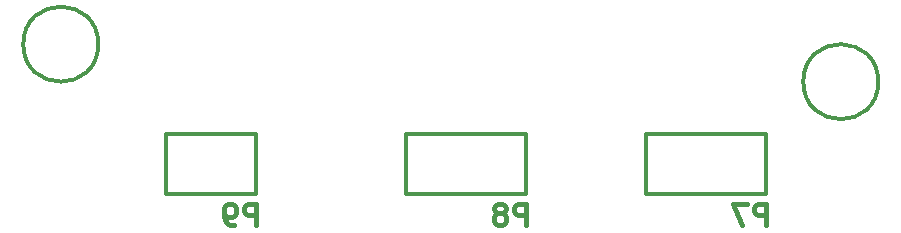
<source format=gbo>
G04 (created by PCBNEW (2013-07-07 BZR 4022)-stable) date 5/12/2014 12:12:32 PM*
%MOIN*%
G04 Gerber Fmt 3.4, Leading zero omitted, Abs format*
%FSLAX34Y34*%
G01*
G70*
G90*
G04 APERTURE LIST*
%ADD10C,0.008*%
%ADD11C,0.012*%
%ADD12C,0.015*%
%ADD13C,0.085*%
%ADD14R,0.085X0.085*%
%ADD15C,0.235*%
G04 APERTURE END LIST*
G54D10*
G54D11*
X57750Y-24750D02*
G75*
G03X57750Y-24750I-1250J0D01*
G74*
G01*
X31750Y-23500D02*
G75*
G03X31750Y-23500I-1250J0D01*
G74*
G01*
X54000Y-26500D02*
X50000Y-26500D01*
X50000Y-26500D02*
X50000Y-28500D01*
X50000Y-28500D02*
X54000Y-28500D01*
X54000Y-26500D02*
X54000Y-28500D01*
X46000Y-26500D02*
X42000Y-26500D01*
X42000Y-26500D02*
X42000Y-28500D01*
X42000Y-28500D02*
X46000Y-28500D01*
X46000Y-26500D02*
X46000Y-28500D01*
X37000Y-26500D02*
X34000Y-26500D01*
X34000Y-26500D02*
X34000Y-28500D01*
X34000Y-28500D02*
X37000Y-28500D01*
X37000Y-26500D02*
X37000Y-28500D01*
G54D12*
X54016Y-29533D02*
X54016Y-28833D01*
X53749Y-28833D01*
X53683Y-28866D01*
X53649Y-28900D01*
X53616Y-28966D01*
X53616Y-29066D01*
X53649Y-29133D01*
X53683Y-29166D01*
X53749Y-29200D01*
X54016Y-29200D01*
X53383Y-28833D02*
X52916Y-28833D01*
X53216Y-29533D01*
X46016Y-29533D02*
X46016Y-28833D01*
X45749Y-28833D01*
X45683Y-28866D01*
X45649Y-28900D01*
X45616Y-28966D01*
X45616Y-29066D01*
X45649Y-29133D01*
X45683Y-29166D01*
X45749Y-29200D01*
X46016Y-29200D01*
X45216Y-29133D02*
X45283Y-29100D01*
X45316Y-29066D01*
X45349Y-29000D01*
X45349Y-28966D01*
X45316Y-28900D01*
X45283Y-28866D01*
X45216Y-28833D01*
X45083Y-28833D01*
X45016Y-28866D01*
X44983Y-28900D01*
X44949Y-28966D01*
X44949Y-29000D01*
X44983Y-29066D01*
X45016Y-29100D01*
X45083Y-29133D01*
X45216Y-29133D01*
X45283Y-29166D01*
X45316Y-29200D01*
X45349Y-29266D01*
X45349Y-29400D01*
X45316Y-29466D01*
X45283Y-29500D01*
X45216Y-29533D01*
X45083Y-29533D01*
X45016Y-29500D01*
X44983Y-29466D01*
X44949Y-29400D01*
X44949Y-29266D01*
X44983Y-29200D01*
X45016Y-29166D01*
X45083Y-29133D01*
X37016Y-29533D02*
X37016Y-28833D01*
X36749Y-28833D01*
X36683Y-28866D01*
X36649Y-28900D01*
X36616Y-28966D01*
X36616Y-29066D01*
X36649Y-29133D01*
X36683Y-29166D01*
X36749Y-29200D01*
X37016Y-29200D01*
X36283Y-29533D02*
X36149Y-29533D01*
X36083Y-29500D01*
X36049Y-29466D01*
X35983Y-29366D01*
X35949Y-29233D01*
X35949Y-28966D01*
X35983Y-28900D01*
X36016Y-28866D01*
X36083Y-28833D01*
X36216Y-28833D01*
X36283Y-28866D01*
X36316Y-28900D01*
X36349Y-28966D01*
X36349Y-29133D01*
X36316Y-29200D01*
X36283Y-29233D01*
X36216Y-29266D01*
X36083Y-29266D01*
X36016Y-29233D01*
X35983Y-29200D01*
X35949Y-29133D01*
%LPC*%
G54D13*
X46500Y-30500D03*
X47500Y-30500D03*
X48500Y-30500D03*
X49500Y-30500D03*
X50500Y-30500D03*
X51500Y-30500D03*
X52500Y-30500D03*
X53500Y-30500D03*
X53500Y-25500D03*
X52500Y-25500D03*
X51500Y-25500D03*
X50500Y-25500D03*
X49500Y-25500D03*
X48500Y-25500D03*
X47500Y-25500D03*
X46500Y-25500D03*
X38500Y-30500D03*
X39500Y-30500D03*
X40500Y-30500D03*
X41500Y-30500D03*
X42500Y-30500D03*
X43500Y-30500D03*
X44500Y-30500D03*
X45500Y-30500D03*
X45500Y-25500D03*
X44500Y-25500D03*
X43500Y-25500D03*
X42500Y-25500D03*
X41500Y-25500D03*
X40500Y-25500D03*
X39500Y-25500D03*
X38500Y-25500D03*
X30500Y-30500D03*
X31500Y-30500D03*
X32500Y-30500D03*
X33500Y-30500D03*
X34500Y-30500D03*
X35500Y-30500D03*
X36500Y-30500D03*
X37500Y-30500D03*
X37500Y-25500D03*
X36500Y-25500D03*
X35500Y-25500D03*
X34500Y-25500D03*
X33500Y-25500D03*
X32500Y-25500D03*
X31500Y-25500D03*
X30500Y-25500D03*
G54D14*
X47500Y-33000D03*
G54D13*
X47500Y-32000D03*
X48500Y-33000D03*
X48500Y-32000D03*
X49500Y-33000D03*
X49500Y-32000D03*
G54D14*
X39500Y-33000D03*
G54D13*
X39500Y-32000D03*
X40500Y-33000D03*
X40500Y-32000D03*
X41500Y-33000D03*
X41500Y-32000D03*
G54D14*
X31500Y-33000D03*
G54D13*
X31500Y-32000D03*
X32500Y-33000D03*
X32500Y-32000D03*
X33500Y-33000D03*
X33500Y-32000D03*
G54D14*
X48500Y-23750D03*
G54D13*
X49500Y-23750D03*
X50500Y-23750D03*
X51500Y-23750D03*
G54D14*
X40500Y-23750D03*
G54D13*
X41500Y-23750D03*
X42500Y-23750D03*
X43500Y-23750D03*
G54D14*
X32500Y-23750D03*
G54D13*
X33500Y-23750D03*
X34500Y-23750D03*
X35500Y-23750D03*
G54D15*
X30500Y-23500D03*
X56500Y-24750D03*
G54D14*
X53500Y-27000D03*
G54D13*
X53500Y-28000D03*
X52500Y-27000D03*
X52500Y-28000D03*
X51500Y-27000D03*
X51500Y-28000D03*
X50500Y-27000D03*
X50500Y-28000D03*
G54D14*
X45500Y-27000D03*
G54D13*
X45500Y-28000D03*
X44500Y-27000D03*
X44500Y-28000D03*
X43500Y-27000D03*
X43500Y-28000D03*
X42500Y-27000D03*
X42500Y-28000D03*
G54D14*
X36500Y-27000D03*
G54D13*
X36500Y-28000D03*
X35500Y-27000D03*
X35500Y-28000D03*
X34500Y-27000D03*
X34500Y-28000D03*
M02*

</source>
